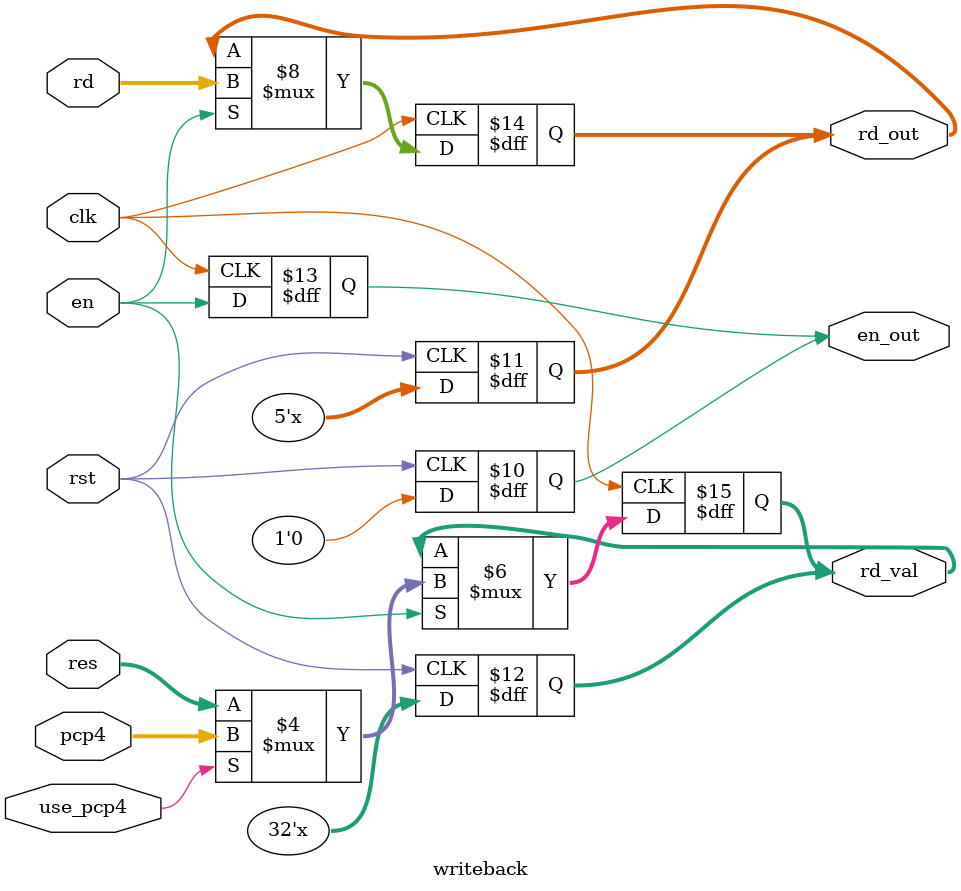
<source format=v>
`timescale 1ns / 1ns

module writeback(
	input clk,
	input en,
	output reg en_out,
	input rst,
	
	input [4:0] rd,
	input [XLEN - 1:0] res,
	
	input [XLEN - 1:0] pcp4,
	input use_pcp4,
	
	output reg [4:0] rd_out,
	output reg [XLEN - 1:0] rd_val
	);
	parameter XLEN = 32;

	always @(posedge clk) begin
		en_out <= en;
		if (en) begin
			rd_out <= rd;
			if (use_pcp4) begin
				rd_val <= pcp4;
			end else begin
				rd_val <= res;
			end
		end
	end
	
	always @(posedge rst) begin
		en_out <= 1'b0;
		rd_out <= {5{1'bx}};
		rd_val <= {XLEN{1'bx}};
	end
endmodule

</source>
